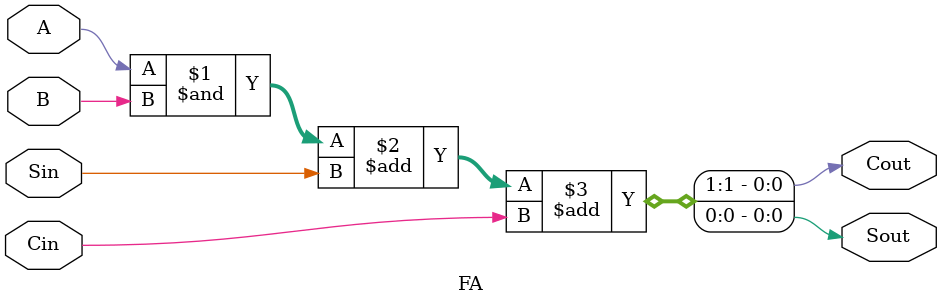
<source format=v>
`timescale 1ns / 1ps


module ArrayMultiplier_16x16 (
	input [15:0] A, 
	input [15:0] B, 
	output [31:0] P);
    
    wire [15:0] S0, S1, S2, S3, S4, S5, S6, S7, S8, S9, S10, S11, S12, S13, S14, S15, S16;
    wire [15:0] C0, C1, C2, C3, C4, C5, C6, C7, C8, C9, C10, C11, C12, C13, C14, C15, C16;
    
    FA FA001 (A[0], B[0], 0, 0, S0[0], C0[0]);
    FA FA002 (A[1], B[0], 0, 0, S0[1], C0[1]);
    FA FA003 (A[2], B[0], 0, 0, S0[2], C0[2]);
    FA FA004 (A[3], B[0], 0, 0, S0[3], C0[3]);
    FA FA005 (A[4], B[0], 0, 0, S0[4], C0[4]);
    FA FA006 (A[5], B[0], 0, 0, S0[5], C0[5]);
    FA FA007 (A[6], B[0], 0, 0, S0[6], C0[6]);
    FA FA008 (A[7], B[0], 0, 0, S0[7], C0[7]);
    FA FA009 (A[8], B[0], 0, 0, S0[8], C0[8]);
    FA FA010 (A[9], B[0], 0, 0, S0[9], C0[9]);
    FA FA011 (A[10], B[0], 0, 0, S0[10], C0[10]);
    FA FA012 (A[11], B[0], 0, 0, S0[11], C0[11]);
    FA FA013 (A[12], B[0], 0, 0, S0[12], C0[12]);
    FA FA014 (A[13], B[0], 0, 0, S0[13], C0[13]);
    FA FA015 (A[14], B[0], 0, 0, S0[14], C0[14]);
    FA FA016 (A[15], B[0], 0, 0, S0[15], C0[15]);
    
    FA FA101 (A[0], B[1], S0[1], C0[0], S1[0], C1[0]);
    FA FA102 (A[1], B[1], S0[2], C0[1], S1[1], C1[1]);
    FA FA103 (A[2], B[1], S0[3], C0[2], S1[2], C1[2]);
    FA FA104 (A[3], B[1], S0[4], C0[3], S1[3], C1[3]);
    FA FA105 (A[4], B[1], S0[5], C0[4], S1[4], C1[4]);
    FA FA106 (A[5], B[1], S0[6], C0[5], S1[5], C1[5]);
    FA FA107 (A[6], B[1], S0[7], C0[6], S1[6], C1[6]);
    FA FA108 (A[7], B[1], S0[8], C0[7], S1[7], C1[7]);
    FA FA109 (A[8], B[1], S0[9], C0[8], S1[8], C1[8]);
    FA FA110 (A[9], B[1], S0[10], C0[9], S1[9], C1[9]);
    FA FA111 (A[10], B[1], S0[11], C0[10], S1[10], C1[10]);
    FA FA112 (A[11], B[1], S0[12], C0[11], S1[11], C1[11]);
    FA FA113 (A[12], B[1], S0[13], C0[12], S1[12], C1[12]);
    FA FA114 (A[13], B[1], S0[14], C0[13], S1[13], C1[13]);
    FA FA115 (A[14], B[1], S0[15], C0[14], S1[14], C1[14]);
    FA FA116 (A[15], B[1], 0, C0[15], S1[15], C1[15]);
    
    FA FA201 (A[0], B[2], S1[1], C1[0], S2[0], C2[0]);
    FA FA202 (A[1], B[2], S1[2], C1[1], S2[1], C2[1]);
    FA FA203 (A[2], B[2], S1[3], C1[2], S2[2], C2[2]);
    FA FA204 (A[3], B[2], S1[4], C1[3], S2[3], C2[3]);
    FA FA205 (A[4], B[2], S1[5], C1[4], S2[4], C2[4]);
    FA FA206 (A[5], B[2], S1[6], C1[5], S2[5], C2[5]);
    FA FA207 (A[6], B[2], S1[7], C1[6], S2[6], C2[6]);
    FA FA208 (A[7], B[2], S1[8], C1[7], S2[7], C2[7]);
    FA FA209 (A[8], B[2], S1[9], C1[8], S2[8], C2[8]);
    FA FA210 (A[9], B[2], S1[10], C1[9], S2[9], C2[9]);
    FA FA211 (A[10], B[2], S1[11], C1[10], S2[10], C2[10]);
    FA FA212 (A[11], B[2], S1[12], C1[11], S2[11], C2[11]);
    FA FA213 (A[12], B[2], S1[13], C1[12], S2[12], C2[12]);
    FA FA214 (A[13], B[2], S1[14], C1[13], S2[13], C2[13]);
    FA FA215 (A[14], B[2], S1[15], C1[14], S2[14], C2[14]);
    FA FA216 (A[15], B[2], 0, C1[15], S2[15], C2[15]);
    
    FA FA301 (A[0], B[3], S2[1], C2[0], S3[0], C3[0]);
    FA FA302 (A[1], B[3], S2[2], C2[1], S3[1], C3[1]);
    FA FA303 (A[2], B[3], S2[3], C2[2], S3[2], C3[2]);
    FA FA304 (A[3], B[3], S2[4], C2[3], S3[3], C3[3]);
    FA FA305 (A[4], B[3], S2[5], C2[4], S3[4], C3[4]);
    FA FA306 (A[5], B[3], S2[6], C2[5], S3[5], C3[5]);
    FA FA307 (A[6], B[3], S2[7], C2[6], S3[6], C3[6]);
    FA FA308 (A[7], B[3], S2[8], C2[7], S3[7], C3[7]);
    FA FA309 (A[8], B[3], S2[9], C2[8], S3[8], C3[8]);
    FA FA310 (A[9], B[3], S2[10], C2[9], S3[9], C3[9]);
    FA FA311 (A[10], B[3], S2[11], C2[10], S3[10], C3[10]);
    FA FA312 (A[11], B[3], S2[12], C2[11], S3[11], C3[11]);
    FA FA313 (A[12], B[3], S2[13], C2[12], S3[12], C3[12]);
    FA FA314 (A[13], B[3], S2[14], C2[13], S3[13], C3[13]);
    FA FA315 (A[14], B[3], S2[15], C2[14], S3[14], C3[14]);
    FA FA316 (A[15], B[3], 0, C2[15], S3[15], C3[15]);
    
    FA FA401 (A[0], B[4], S3[1], C3[0], S4[0], C4[0]);
    FA FA402 (A[1], B[4], S3[2], C3[1], S4[1], C4[1]);
    FA FA403 (A[2], B[4], S3[3], C3[2], S4[2], C4[2]);
    FA FA404 (A[3], B[4], S3[4], C3[3], S4[3], C4[3]);
    FA FA405 (A[4], B[4], S3[5], C3[4], S4[4], C4[4]);
    FA FA406 (A[5], B[4], S3[6], C3[5], S4[5], C4[5]);
    FA FA407 (A[6], B[4], S3[7], C3[6], S4[6], C4[6]);
    FA FA408 (A[7], B[4], S3[8], C3[7], S4[7], C4[7]);
    FA FA409 (A[8], B[4], S3[9], C3[8], S4[8], C4[8]);
    FA FA410 (A[9], B[4], S3[10], C3[9], S4[9], C4[9]);
    FA FA411 (A[10], B[4], S3[11], C3[10], S4[10], C4[10]);
    FA FA412 (A[11], B[4], S3[12], C3[11], S4[11], C4[11]);
    FA FA413 (A[12], B[4], S3[13], C3[12], S4[12], C4[12]);
    FA FA414 (A[13], B[4], S3[14], C3[13], S4[13], C4[13]);
    FA FA415 (A[14], B[4], S3[15], C3[14], S4[14], C4[14]);
    FA FA416 (A[15], B[4], 0, C3[15], S4[15], C4[15]);
    
    FA FA501 (A[0], B[5], S4[1], C4[0], S5[0], C5[0]);
    FA FA502 (A[1], B[5], S4[2], C4[1], S5[1], C5[1]);
    FA FA503 (A[2], B[5], S4[3], C4[2], S5[2], C5[2]);
    FA FA504 (A[3], B[5], S4[4], C4[3], S5[3], C5[3]);
    FA FA505 (A[4], B[5], S4[5], C4[4], S5[4], C5[4]);
    FA FA506 (A[5], B[5], S4[6], C4[5], S5[5], C5[5]);
    FA FA507 (A[6], B[5], S4[7], C4[6], S5[6], C5[6]);
    FA FA508 (A[7], B[5], S4[8], C4[7], S5[7], C5[7]);
    FA FA509 (A[8], B[5], S4[9], C4[8], S5[8], C5[8]);
    FA FA510 (A[9], B[5], S4[10], C4[9], S5[9], C5[9]);
    FA FA511 (A[10], B[5], S4[11], C4[10], S5[10], C5[10]);
    FA FA512 (A[11], B[5], S4[12], C4[11], S5[11], C5[11]);
    FA FA513 (A[12], B[5], S4[13], C4[12], S5[12], C5[12]);
    FA FA514 (A[13], B[5], S4[14], C4[13], S5[13], C5[13]);
    FA FA515 (A[14], B[5], S4[15], C4[14], S5[14], C5[14]);
    FA FA516 (A[15], B[5], 0, C4[15], S5[15], C5[15]);
    
    FA FA601 (A[0], B[6], S5[1], C5[0], S6[0], C6[0]);
    FA FA602 (A[1], B[6], S5[2], C5[1], S6[1], C6[1]);
    FA FA603 (A[2], B[6], S5[3], C5[2], S6[2], C6[2]);
    FA FA604 (A[3], B[6], S5[4], C5[3], S6[3], C6[3]);
    FA FA605 (A[4], B[6], S5[5], C5[4], S6[4], C6[4]);
    FA FA606 (A[5], B[6], S5[6], C5[5], S6[5], C6[5]);
    FA FA607 (A[6], B[6], S5[7], C5[6], S6[6], C6[6]);
    FA FA608 (A[7], B[6], S5[8], C5[7], S6[7], C6[7]);
    FA FA609 (A[8], B[6], S5[9], C5[8], S6[8], C6[8]);
    FA FA610 (A[9], B[6], S5[10], C5[9], S6[9], C6[9]);
    FA FA611 (A[10], B[6], S5[11], C5[10], S6[10], C6[10]);
    FA FA612 (A[11], B[6], S5[12], C5[11], S6[11], C6[11]);
    FA FA613 (A[12], B[6], S5[13], C5[12], S6[12], C6[12]);
    FA FA614 (A[13], B[6], S5[14], C5[13], S6[13], C6[13]);
    FA FA615 (A[14], B[6], S5[15], C5[14], S6[14], C6[14]);
    FA FA616 (A[15], B[6], 0, C5[15], S6[15], C6[15]);
    
    FA FA701 (A[0], B[7], S6[1], C6[0], S7[0], C7[0]);
    FA FA702 (A[1], B[7], S6[2], C6[1], S7[1], C7[1]);
    FA FA703 (A[2], B[7], S6[3], C6[2], S7[2], C7[2]);
    FA FA704 (A[3], B[7], S6[4], C6[3], S7[3], C7[3]);
    FA FA705 (A[4], B[7], S6[5], C6[4], S7[4], C7[4]);
    FA FA706 (A[5], B[7], S6[6], C6[5], S7[5], C7[5]);
    FA FA707 (A[6], B[7], S6[7], C6[6], S7[6], C7[6]);
    FA FA708 (A[7], B[7], S6[8], C6[7], S7[7], C7[7]);
    FA FA709 (A[8], B[7], S6[9], C6[8], S7[8], C7[8]);
    FA FA710 (A[9], B[7], S6[10], C6[9], S7[9], C7[9]);
    FA FA711 (A[10], B[7], S6[11], C6[10], S7[10], C7[10]);
    FA FA712 (A[11], B[7], S6[12], C6[11], S7[11], C7[11]);
    FA FA713 (A[12], B[7], S6[13], C6[12], S7[12], C7[12]);
    FA FA714 (A[13], B[7], S6[14], C6[13], S7[13], C7[13]);
    FA FA715 (A[14], B[7], S6[15], C6[14], S7[14], C7[14]);
    FA FA716 (A[15], B[7], 0, C6[15], S7[15], C7[15]);
    
    FA FA801 (A[0], B[8], S7[1], C7[0], S8[0], C8[0]);
    FA FA802 (A[1], B[8], S7[2], C7[1], S8[1], C8[1]);
    FA FA803 (A[2], B[8], S7[3], C7[2], S8[2], C8[2]);
    FA FA804 (A[3], B[8], S7[4], C7[3], S8[3], C8[3]);
    FA FA805 (A[4], B[8], S7[5], C7[4], S8[4], C8[4]);
    FA FA806 (A[5], B[8], S7[6], C7[5], S8[5], C8[5]);
    FA FA807 (A[6], B[8], S7[7], C7[6], S8[6], C8[6]);
    FA FA808 (A[7], B[8], S7[8], C7[7], S8[7], C8[7]);
    FA FA809 (A[8], B[8], S7[9], C7[8], S8[8], C8[8]);
    FA FA810 (A[9], B[8], S7[10], C7[9], S8[9], C8[9]);
    FA FA811 (A[10], B[8], S7[11], C7[10], S8[10], C8[10]);
    FA FA812 (A[11], B[8], S7[12], C7[11], S8[11], C8[11]);
    FA FA813 (A[12], B[8], S7[13], C7[12], S8[12], C8[12]);
    FA FA814 (A[13], B[8], S7[14], C7[13], S8[13], C8[13]);
    FA FA815 (A[14], B[8], S7[15], C7[14], S8[14], C8[14]);
    FA FA816 (A[15], B[8], 0, C7[15], S8[15], C8[15]);
    
    FA FA901 (A[0], B[9], S8[1], C8[0], S9[0], C9[0]);
    FA FA902 (A[1], B[9], S8[2], C8[1], S9[1], C9[1]);
    FA FA903 (A[2], B[9], S8[3], C8[2], S9[2], C9[2]);
    FA FA904 (A[3], B[9], S8[4], C8[3], S9[3], C9[3]);
    FA FA905 (A[4], B[9], S8[5], C8[4], S9[4], C9[4]);
    FA FA906 (A[5], B[9], S8[6], C8[5], S9[5], C9[5]);
    FA FA907 (A[6], B[9], S8[7], C8[6], S9[6], C9[6]);
    FA FA908 (A[7], B[9], S8[8], C8[7], S9[7], C9[7]);
    FA FA909 (A[8], B[9], S8[9], C8[8], S9[8], C9[8]);
    FA FA910 (A[9], B[9], S8[10], C8[9], S9[9], C9[9]);
    FA FA911 (A[10], B[9], S8[11], C8[10], S9[10], C9[10]);
    FA FA912 (A[11], B[9], S8[12], C8[11], S9[11], C9[11]);
    FA FA913 (A[12], B[9], S8[13], C8[12], S9[12], C9[12]);
    FA FA914 (A[13], B[9], S8[14], C8[13], S9[13], C9[13]);
    FA FA915 (A[14], B[9], S8[15], C8[14], S9[14], C9[14]);
    FA FA916 (A[15], B[9], 0, C8[15], S9[15], C9[15]);
    
    FA FA1001 (A[0], B[10], S9[1], C9[0], S10[0], C10[0]);
    FA FA1002 (A[1], B[10], S9[2], C9[1], S10[1], C10[1]);
    FA FA1003 (A[2], B[10], S9[3], C9[2], S10[2], C10[2]);
    FA FA1004 (A[3], B[10], S9[4], C9[3], S10[3], C10[3]);
    FA FA1005 (A[4], B[10], S9[5], C9[4], S10[4], C10[4]);
    FA FA1006 (A[5], B[10], S9[6], C9[5], S10[5], C10[5]);
    FA FA1007 (A[6], B[10], S9[7], C9[6], S10[6], C10[6]);
    FA FA1008 (A[7], B[10], S9[8], C9[7], S10[7], C10[7]);
    FA FA1009 (A[8], B[10], S9[9], C9[8], S10[8], C10[8]);
    FA FA1010 (A[9], B[10], S9[10], C9[9], S10[9], C10[9]);
    FA FA1011 (A[10], B[10], S9[11], C9[10], S10[10], C10[10]);
    FA FA1012 (A[11], B[10], S9[12], C9[11], S10[11], C10[11]);
    FA FA1013 (A[12], B[10], S9[13], C9[12], S10[12], C10[12]);
    FA FA1014 (A[13], B[10], S9[14], C9[13], S10[13], C10[13]);
    FA FA1015 (A[14], B[10], S9[15], C9[14], S10[14], C10[14]);
    FA FA1016 (A[15], B[10], 0, C9[15], S10[15], C10[15]);
    
    FA FA1101 (A[0], B[11], S10[1], C10[0], S11[0], C11[0]);
    FA FA1102 (A[1], B[11], S10[2], C10[1], S11[1], C11[1]);
    FA FA1103 (A[2], B[11], S10[3], C10[2], S11[2], C11[2]);
    FA FA1104 (A[3], B[11], S10[4], C10[3], S11[3], C11[3]);
    FA FA1105 (A[4], B[11], S10[5], C10[4], S11[4], C11[4]);
    FA FA1106 (A[5], B[11], S10[6], C10[5], S11[5], C11[5]);
    FA FA1107 (A[6], B[11], S10[7], C10[6], S11[6], C11[6]);
    FA FA1108 (A[7], B[11], S10[8], C10[7], S11[7], C11[7]);
    FA FA1109 (A[8], B[11], S10[9], C10[8], S11[8], C11[8]);
    FA FA1110 (A[9], B[11], S10[10], C10[9], S11[9], C11[9]);
    FA FA1111 (A[10], B[11], S10[11], C10[10], S11[10], C11[10]);
    FA FA1112 (A[11], B[11], S10[12], C10[11], S11[11], C11[11]);
    FA FA1113 (A[12], B[11], S10[13], C10[12], S11[12], C11[12]);
    FA FA1114 (A[13], B[11], S10[14], C10[13], S11[13], C11[13]);
    FA FA1115 (A[14], B[11], S10[15], C10[14], S11[14], C11[14]);
    FA FA1116 (A[15], B[11], 0, C10[15], S11[15], C11[15]);
    
    FA FA1201 (A[0], B[12], S11[1], C11[0], S12[0], C12[0]);
    FA FA1202 (A[1], B[12], S11[2], C11[1], S12[1], C12[1]);
    FA FA1203 (A[2], B[12], S11[3], C11[2], S12[2], C12[2]);
    FA FA1204 (A[3], B[12], S11[4], C11[3], S12[3], C12[3]);
    FA FA1205 (A[4], B[12], S11[5], C11[4], S12[4], C12[4]);
    FA FA1206 (A[5], B[12], S11[6], C11[5], S12[5], C12[5]);
    FA FA1207 (A[6], B[12], S11[7], C11[6], S12[6], C12[6]);
    FA FA1208 (A[7], B[12], S11[8], C11[7], S12[7], C12[7]);
    FA FA1209 (A[8], B[12], S11[9], C11[8], S12[8], C12[8]);
    FA FA1210 (A[9], B[12], S11[10], C11[9], S12[9], C12[9]);
    FA FA1211 (A[10], B[12], S11[11], C11[10], S12[10], C12[10]);
    FA FA1212 (A[11], B[12], S11[12], C11[11], S12[11], C12[11]);
    FA FA1213 (A[12], B[12], S11[13], C11[12], S12[12], C12[12]);
    FA FA1214 (A[13], B[12], S11[14], C11[13], S12[13], C12[13]);
    FA FA1215 (A[14], B[12], S11[15], C11[14], S12[14], C12[14]);
    FA FA1216 (A[15], B[12], 0, C11[15], S12[15], C12[15]);
    
    FA FA1301 (A[0], B[13], S12[1], C12[0], S13[0], C13[0]);
    FA FA1302 (A[1], B[13], S12[2], C12[1], S13[1], C13[1]);
    FA FA1303 (A[2], B[13], S12[3], C12[2], S13[2], C13[2]);
    FA FA1304 (A[3], B[13], S12[4], C12[3], S13[3], C13[3]);
    FA FA1305 (A[4], B[13], S12[5], C12[4], S13[4], C13[4]);
    FA FA1306 (A[5], B[13], S12[6], C12[5], S13[5], C13[5]);
    FA FA1307 (A[6], B[13], S12[7], C12[6], S13[6], C13[6]);
    FA FA1308 (A[7], B[13], S12[8], C12[7], S13[7], C13[7]);
    FA FA1309 (A[8], B[13], S12[9], C12[8], S13[8], C13[8]);
    FA FA1310 (A[9], B[13], S12[10], C12[9], S13[9], C13[9]);
    FA FA1311 (A[10], B[13], S12[11], C12[10], S13[10], C13[10]);
    FA FA1312 (A[11], B[13], S12[12], C12[11], S13[11], C13[11]);
    FA FA1313 (A[12], B[13], S12[13], C12[12], S13[12], C13[12]);
    FA FA1314 (A[13], B[13], S12[14], C12[13], S13[13], C13[13]);
    FA FA1315 (A[14], B[13], S12[15], C12[14], S13[14], C13[14]);
    FA FA1316 (A[15], B[13], 0, C12[15], S13[15], C13[15]);
    
    FA FA1401 (A[0], B[14], S13[1], C13[0], S14[0], C14[0]);
    FA FA1402 (A[1], B[14], S13[2], C13[1], S14[1], C14[1]);
    FA FA1403 (A[2], B[14], S13[3], C13[2], S14[2], C14[2]);
    FA FA1404 (A[3], B[14], S13[4], C13[3], S14[3], C14[3]);
    FA FA1405 (A[4], B[14], S13[5], C13[4], S14[4], C14[4]);
    FA FA1406 (A[5], B[14], S13[6], C13[5], S14[5], C14[5]);
    FA FA1407 (A[6], B[14], S13[7], C13[6], S14[6], C14[6]);
    FA FA1408 (A[7], B[14], S13[8], C13[7], S14[7], C14[7]);
    FA FA1409 (A[8], B[14], S13[9], C13[8], S14[8], C14[8]);
    FA FA1410 (A[9], B[14], S13[10], C13[9], S14[9], C14[9]);
    FA FA1411 (A[10], B[14], S13[11], C13[10], S14[10], C14[10]);
    FA FA1412 (A[11], B[14], S13[12], C13[11], S14[11], C14[11]);
    FA FA1413 (A[12], B[14], S13[13], C13[12], S14[12], C14[12]);
    FA FA1414 (A[13], B[14], S13[14], C13[13], S14[13], C14[13]);
    FA FA1415 (A[14], B[14], S13[15], C13[14], S14[14], C14[14]);
    FA FA1416 (A[15], B[14], 0, C13[15], S14[15], C14[15]);
    
    FA FA1501 (A[0], B[15], S14[1], C14[0], S15[0], C15[0]);
    FA FA1502 (A[1], B[15], S14[2], C14[1], S15[1], C15[1]);
    FA FA1503 (A[2], B[15], S14[3], C14[2], S15[2], C15[2]);
    FA FA1504 (A[3], B[15], S14[4], C14[3], S15[3], C15[3]);
    FA FA1505 (A[4], B[15], S14[5], C14[4], S15[4], C15[4]);
    FA FA1506 (A[5], B[15], S14[6], C14[5], S15[5], C15[5]);
    FA FA1507 (A[6], B[15], S14[7], C14[6], S15[6], C15[6]);
    FA FA1508 (A[7], B[15], S14[8], C14[7], S15[7], C15[7]);
    FA FA1509 (A[8], B[15], S14[9], C14[8], S15[8], C15[8]);
    FA FA1510 (A[9], B[15], S14[10], C14[9], S15[9], C15[9]);
    FA FA1511 (A[10], B[15], S14[11], C14[10], S15[10], C15[10]);
    FA FA1512 (A[11], B[15], S14[12], C14[11], S15[11], C15[11]);
    FA FA1513 (A[12], B[15], S14[13], C14[12], S15[12], C15[12]);
    FA FA1514 (A[13], B[15], S14[14], C14[13], S15[13], C15[13]);
    FA FA1515 (A[14], B[15], S14[15], C14[14], S15[14], C15[14]);
    FA FA1516 (A[15], B[15], 0, C14[15], S15[15], C15[15]);
    
    FA FA1601 (1, 0, S15[1], C15[0], S16[0], C16[0]);
    FA FA1602 (1, C16[0], S15[2], C15[1], S16[1], C16[1]);
    FA FA1603 (1, C16[1], S15[3], C15[2], S16[2], C16[2]);
    FA FA1604 (1, C16[2], S15[4], C15[3], S16[3], C16[3]);
    FA FA1605 (1, C16[3], S15[5], C15[4], S16[4], C16[4]);
    FA FA1606 (1, C16[4], S15[6], C15[5], S16[5], C16[5]);
    FA FA1607 (1, C16[5], S15[7], C15[6], S16[6], C16[6]);
    FA FA1608 (1, C16[6], S15[8], C15[7], S16[7], C16[7]);
    FA FA1609 (1, C16[7], S15[9], C15[8], S16[8], C16[8]);
    FA FA1610 (1, C16[8], S15[10], C15[9], S16[9], C16[9]);
    FA FA1611 (1, C16[9], S15[11], C15[10], S16[10], C16[10]);
    FA FA1612 (1, C16[10], S15[12], C15[11], S16[11], C16[11]);
    FA FA1613 (1, C16[11], S15[13], C15[12], S16[12], C16[12]);
    FA FA1614 (1, C16[12], S15[14], C15[13], S16[13], C16[13]);
    FA FA1615 (1, C16[13], S15[15], C15[14], S16[14], C16[14]);
    
    assign P = {C16[14], S16[14], S16[13], S16[12], S16[11], S16[10], S16[9], 
                    S16[8], S16[7], S16[6], S16[5], S16[4], S16[3], S16[2], 
                        S16[1], S16[0], S15[0], S14[0], S13[0], S12[0], S11[0], S10[0], 
                            S9[0], S8[0], S7[0], S6[0], S5[0], S4[0], S3[0], S2[0], S1[0], S0[0]};
    
endmodule

module FA (
	input A, B, Sin, Cin, 
	output Sout, Cout);
    
    assign {Cout, Sout} = (A & B) + Sin + Cin;
    
endmodule
</source>
